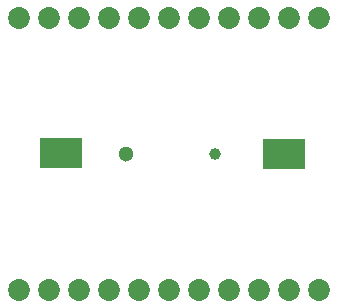
<source format=gbr>
%TF.GenerationSoftware,KiCad,Pcbnew,8.0.0*%
%TF.CreationDate,2024-04-09T10:55:27+02:00*%
%TF.ProjectId,LoraTimerSender,4c6f7261-5469-46d6-9572-53656e646572,rev?*%
%TF.SameCoordinates,Original*%
%TF.FileFunction,Soldermask,Bot*%
%TF.FilePolarity,Negative*%
%FSLAX46Y46*%
G04 Gerber Fmt 4.6, Leading zero omitted, Abs format (unit mm)*
G04 Created by KiCad (PCBNEW 8.0.0) date 2024-04-09 10:55:27*
%MOMM*%
%LPD*%
G01*
G04 APERTURE LIST*
%ADD10C,1.854000*%
%ADD11C,1.000000*%
%ADD12C,1.300000*%
%ADD13R,3.540000X2.600000*%
%ADD14R,3.660000X2.600000*%
G04 APERTURE END LIST*
D10*
%TO.C,U1*%
X124457500Y-99922500D03*
X126997500Y-99922500D03*
X129537500Y-99922500D03*
X132077500Y-99922500D03*
X134617500Y-99922500D03*
X137157500Y-99922500D03*
X139697500Y-99922500D03*
X142237500Y-99922500D03*
X144777500Y-99922500D03*
X147317500Y-99922500D03*
X149857500Y-99922500D03*
X149857500Y-76902500D03*
X147317500Y-76902500D03*
X144777500Y-76902500D03*
X142237500Y-76902500D03*
X139697500Y-76902500D03*
X137157500Y-76902500D03*
X134617500Y-76902500D03*
X132077500Y-76902500D03*
X129537500Y-76902500D03*
X126997500Y-76902500D03*
X124457500Y-76902500D03*
%TD*%
D11*
%TO.C,J1*%
X141027000Y-88450000D03*
D12*
X133527000Y-88450000D03*
D13*
X128002000Y-88323000D03*
D14*
X146925000Y-88450000D03*
%TD*%
M02*

</source>
